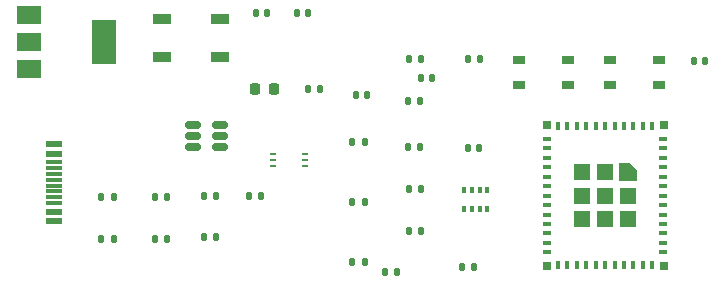
<source format=gbr>
%TF.GenerationSoftware,KiCad,Pcbnew,7.0.9-dirty*%
%TF.CreationDate,2023-12-27T00:33:38-08:00*%
%TF.ProjectId,hardware,68617264-7761-4726-952e-6b696361645f,rev?*%
%TF.SameCoordinates,Original*%
%TF.FileFunction,Paste,Top*%
%TF.FilePolarity,Positive*%
%FSLAX46Y46*%
G04 Gerber Fmt 4.6, Leading zero omitted, Abs format (unit mm)*
G04 Created by KiCad (PCBNEW 7.0.9-dirty) date 2023-12-27 00:33:38*
%MOMM*%
%LPD*%
G01*
G04 APERTURE LIST*
G04 Aperture macros list*
%AMRoundRect*
0 Rectangle with rounded corners*
0 $1 Rounding radius*
0 $2 $3 $4 $5 $6 $7 $8 $9 X,Y pos of 4 corners*
0 Add a 4 corners polygon primitive as box body*
4,1,4,$2,$3,$4,$5,$6,$7,$8,$9,$2,$3,0*
0 Add four circle primitives for the rounded corners*
1,1,$1+$1,$2,$3*
1,1,$1+$1,$4,$5*
1,1,$1+$1,$6,$7*
1,1,$1+$1,$8,$9*
0 Add four rect primitives between the rounded corners*
20,1,$1+$1,$2,$3,$4,$5,0*
20,1,$1+$1,$4,$5,$6,$7,0*
20,1,$1+$1,$6,$7,$8,$9,0*
20,1,$1+$1,$8,$9,$2,$3,0*%
%AMFreePoly0*
4,1,6,0.725000,-0.725000,-0.725000,-0.725000,-0.725000,0.125000,-0.125000,0.725000,0.725000,0.725000,0.725000,-0.725000,0.725000,-0.725000,$1*%
G04 Aperture macros list end*
%ADD10RoundRect,0.140000X-0.140000X-0.170000X0.140000X-0.170000X0.140000X0.170000X-0.140000X0.170000X0*%
%ADD11RoundRect,0.135000X-0.135000X-0.185000X0.135000X-0.185000X0.135000X0.185000X-0.135000X0.185000X0*%
%ADD12R,0.550000X0.250000*%
%ADD13R,0.350000X0.500000*%
%ADD14R,1.450000X0.600000*%
%ADD15R,1.450000X0.300000*%
%ADD16R,1.050000X0.650000*%
%ADD17RoundRect,0.150000X-0.512500X-0.150000X0.512500X-0.150000X0.512500X0.150000X-0.512500X0.150000X0*%
%ADD18R,1.500000X0.900000*%
%ADD19R,0.400000X0.800000*%
%ADD20R,0.800000X0.400000*%
%ADD21FreePoly0,270.000000*%
%ADD22R,1.450000X1.450000*%
%ADD23R,0.700000X0.700000*%
%ADD24RoundRect,0.218750X-0.218750X-0.256250X0.218750X-0.256250X0.218750X0.256250X-0.218750X0.256250X0*%
%ADD25R,2.000000X1.500000*%
%ADD26R,2.000000X3.800000*%
G04 APERTURE END LIST*
D10*
%TO.C,C7*%
X163500000Y-70000000D03*
X164460000Y-70000000D03*
%TD*%
%TO.C,C4*%
X169020000Y-68500000D03*
X169980000Y-68500000D03*
%TD*%
D11*
%TO.C,R9*%
X150690000Y-82000000D03*
X151710000Y-82000000D03*
%TD*%
%TO.C,R18*%
X163230000Y-84080000D03*
X164250000Y-84080000D03*
%TD*%
%TO.C,R3*%
X146480000Y-82150000D03*
X147500000Y-82150000D03*
%TD*%
%TO.C,R1*%
X146480000Y-78650000D03*
X147500000Y-78650000D03*
%TD*%
%TO.C,R2*%
X141980000Y-78650000D03*
X143000000Y-78650000D03*
%TD*%
D12*
%TO.C,U6*%
X156500000Y-75000000D03*
X156500000Y-75500000D03*
X156500000Y-76000000D03*
X159250000Y-76000000D03*
X159250000Y-75500000D03*
X159250000Y-75000000D03*
%TD*%
D10*
%TO.C,C3*%
X173040000Y-66920000D03*
X174000000Y-66920000D03*
%TD*%
D11*
%TO.C,R11*%
X154500000Y-78500000D03*
X155520000Y-78500000D03*
%TD*%
D13*
%TO.C,U5*%
X172700000Y-78000000D03*
X173350000Y-78000000D03*
X174000000Y-78000000D03*
X174650000Y-78000000D03*
X174650000Y-79600000D03*
X174000000Y-79600000D03*
X173350000Y-79600000D03*
X172700000Y-79600000D03*
%TD*%
D11*
%TO.C,R6*%
X167940000Y-70500000D03*
X168960000Y-70500000D03*
%TD*%
D14*
%TO.C,J1*%
X138000000Y-74140000D03*
X138000000Y-74940000D03*
D15*
X138000000Y-76140000D03*
X138000000Y-77140000D03*
X138000000Y-77640000D03*
X138000000Y-78640000D03*
D14*
X138000000Y-79840000D03*
X138000000Y-80640000D03*
X138000000Y-80640000D03*
X138000000Y-79840000D03*
D15*
X138000000Y-79140000D03*
X138000000Y-78140000D03*
X138000000Y-76640000D03*
X138000000Y-75640000D03*
D14*
X138000000Y-74940000D03*
X138000000Y-74140000D03*
%TD*%
D16*
%TO.C,SW1*%
X177350000Y-67000000D03*
X181500000Y-67000000D03*
X177350000Y-69150000D03*
X181500000Y-69150000D03*
%TD*%
D11*
%TO.C,R15*%
X172490000Y-84500000D03*
X173510000Y-84500000D03*
%TD*%
D17*
%TO.C,U2*%
X149725000Y-72500000D03*
X149725000Y-73450000D03*
X149725000Y-74400000D03*
X152000000Y-74400000D03*
X152000000Y-73450000D03*
X152000000Y-72500000D03*
%TD*%
D11*
%TO.C,R10*%
X150690000Y-78500000D03*
X151710000Y-78500000D03*
%TD*%
%TO.C,R16*%
X163230000Y-73920000D03*
X164250000Y-73920000D03*
%TD*%
D10*
%TO.C,C5*%
X173020000Y-74500000D03*
X173980000Y-74500000D03*
%TD*%
D18*
%TO.C,D1*%
X147100000Y-63500000D03*
X147100000Y-66800000D03*
X152000000Y-66800000D03*
X152000000Y-63500000D03*
%TD*%
D19*
%TO.C,U1*%
X188620000Y-72600000D03*
X187820000Y-72600000D03*
X187020000Y-72600000D03*
X186220000Y-72600000D03*
X185420000Y-72600000D03*
X184620000Y-72600000D03*
X183820000Y-72600000D03*
X183020000Y-72600000D03*
X182220000Y-72600000D03*
X181420000Y-72600000D03*
X180620000Y-72600000D03*
D20*
X179720000Y-73700000D03*
X179720000Y-74500000D03*
X179720000Y-75300000D03*
X179720000Y-76100000D03*
X179720000Y-76900000D03*
X179720000Y-77700000D03*
X179720000Y-78500000D03*
X179720000Y-79300000D03*
X179720000Y-80100000D03*
X179720000Y-80900000D03*
X179720000Y-81700000D03*
X179720000Y-82500000D03*
X179720000Y-83300000D03*
D19*
X180620000Y-84400000D03*
X181420000Y-84400000D03*
X182220000Y-84400000D03*
X183020000Y-84400000D03*
X183820000Y-84400000D03*
X184620000Y-84400000D03*
X185420000Y-84400000D03*
X186220000Y-84400000D03*
X187020000Y-84400000D03*
X187820000Y-84400000D03*
X188620000Y-84400000D03*
D20*
X189520000Y-83300000D03*
X189520000Y-82500000D03*
X189520000Y-81700000D03*
X189520000Y-80900000D03*
X189520000Y-80100000D03*
X189520000Y-79300000D03*
X189520000Y-78500000D03*
X189520000Y-77700000D03*
X189520000Y-76900000D03*
X189520000Y-76100000D03*
X189520000Y-75300000D03*
X189520000Y-74500000D03*
X189520000Y-73700000D03*
D21*
X186595000Y-76525000D03*
D22*
X184620000Y-76525000D03*
X182645000Y-76525000D03*
X186595000Y-78500000D03*
X184620000Y-78500000D03*
X182645000Y-78500000D03*
X186595000Y-80475000D03*
X184620000Y-80475000D03*
X182645000Y-80475000D03*
D23*
X189570000Y-84450000D03*
X179670000Y-84450000D03*
X179670000Y-72550000D03*
X189570000Y-72550000D03*
%TD*%
D10*
%TO.C,C1*%
X155040000Y-63000000D03*
X156000000Y-63000000D03*
%TD*%
%TO.C,C6*%
X192115000Y-67075000D03*
X193075000Y-67075000D03*
%TD*%
D16*
%TO.C,SW2*%
X185000000Y-67000000D03*
X189150000Y-67000000D03*
X185000000Y-69150000D03*
X189150000Y-69150000D03*
%TD*%
D11*
%TO.C,R5*%
X167980000Y-66920000D03*
X169000000Y-66920000D03*
%TD*%
%TO.C,R4*%
X141980000Y-82150000D03*
X143000000Y-82150000D03*
%TD*%
%TO.C,R8*%
X159480000Y-69500000D03*
X160500000Y-69500000D03*
%TD*%
%TO.C,R12*%
X167980000Y-77920000D03*
X169000000Y-77920000D03*
%TD*%
%TO.C,R17*%
X163230000Y-79000000D03*
X164250000Y-79000000D03*
%TD*%
%TO.C,R14*%
X165990000Y-85000000D03*
X167010000Y-85000000D03*
%TD*%
%TO.C,R7*%
X167960000Y-74420000D03*
X168980000Y-74420000D03*
%TD*%
%TO.C,R13*%
X167980000Y-81500000D03*
X169000000Y-81500000D03*
%TD*%
D24*
%TO.C,D2*%
X155000000Y-69500000D03*
X156575000Y-69500000D03*
%TD*%
D25*
%TO.C,U3*%
X135850000Y-63200000D03*
X135850000Y-65500000D03*
D26*
X142150000Y-65500000D03*
D25*
X135850000Y-67800000D03*
%TD*%
D10*
%TO.C,C2*%
X158540000Y-63000000D03*
X159500000Y-63000000D03*
%TD*%
M02*

</source>
